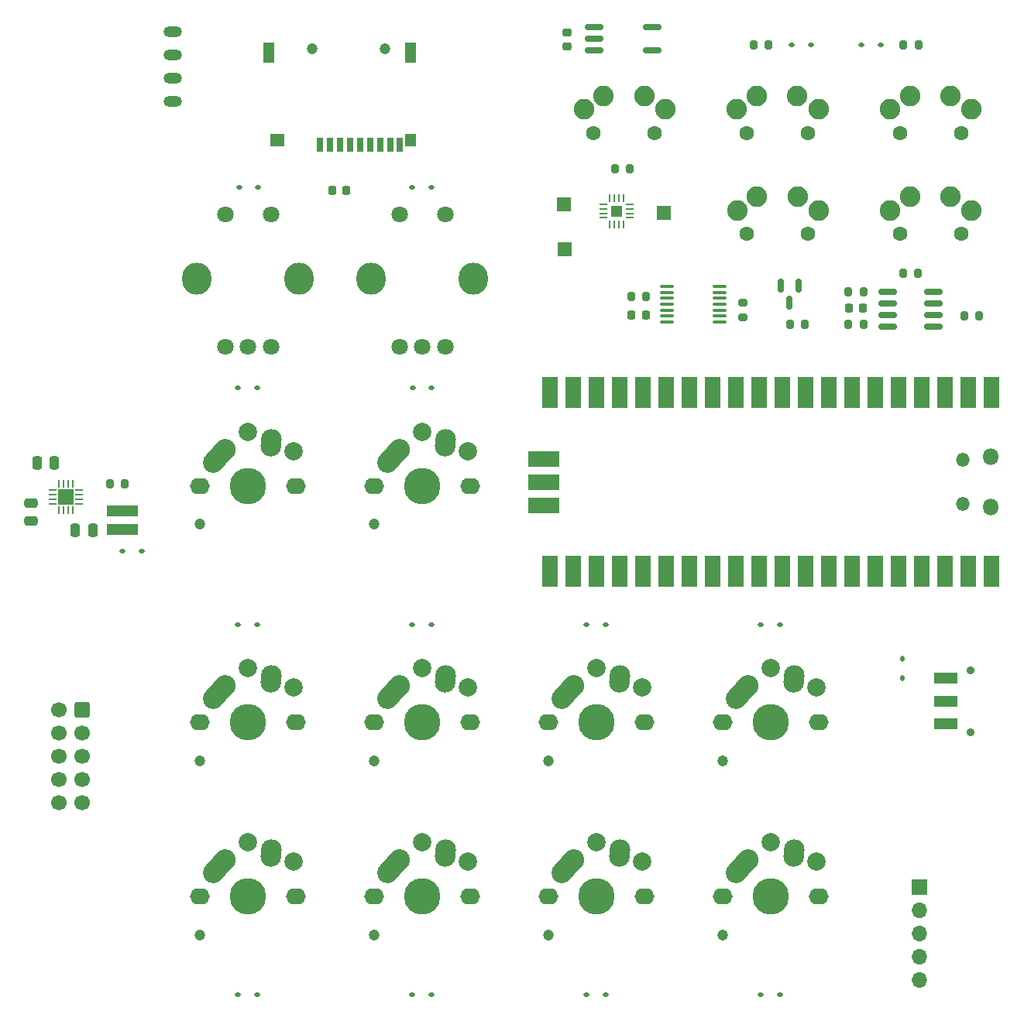
<source format=gbr>
%TF.GenerationSoftware,KiCad,Pcbnew,7.0.2*%
%TF.CreationDate,2023-07-16T23:26:32-06:00*%
%TF.ProjectId,dc31,64633331-2e6b-4696-9361-645f70636258,rev?*%
%TF.SameCoordinates,Original*%
%TF.FileFunction,Soldermask,Top*%
%TF.FilePolarity,Negative*%
%FSLAX46Y46*%
G04 Gerber Fmt 4.6, Leading zero omitted, Abs format (unit mm)*
G04 Created by KiCad (PCBNEW 7.0.2) date 2023-07-16 23:26:32*
%MOMM*%
%LPD*%
G01*
G04 APERTURE LIST*
G04 Aperture macros list*
%AMRoundRect*
0 Rectangle with rounded corners*
0 $1 Rounding radius*
0 $2 $3 $4 $5 $6 $7 $8 $9 X,Y pos of 4 corners*
0 Add a 4 corners polygon primitive as box body*
4,1,4,$2,$3,$4,$5,$6,$7,$8,$9,$2,$3,0*
0 Add four circle primitives for the rounded corners*
1,1,$1+$1,$2,$3*
1,1,$1+$1,$4,$5*
1,1,$1+$1,$6,$7*
1,1,$1+$1,$8,$9*
0 Add four rect primitives between the rounded corners*
20,1,$1+$1,$2,$3,$4,$5,0*
20,1,$1+$1,$4,$5,$6,$7,0*
20,1,$1+$1,$6,$7,$8,$9,0*
20,1,$1+$1,$8,$9,$2,$3,0*%
%AMHorizOval*
0 Thick line with rounded ends*
0 $1 width*
0 $2 $3 position (X,Y) of the first rounded end (center of the circle)*
0 $4 $5 position (X,Y) of the second rounded end (center of the circle)*
0 Add line between two ends*
20,1,$1,$2,$3,$4,$5,0*
0 Add two circle primitives to create the rounded ends*
1,1,$1,$2,$3*
1,1,$1,$4,$5*%
G04 Aperture macros list end*
%ADD10O,1.700000X1.700000*%
%ADD11R,1.700000X1.700000*%
%ADD12C,1.800000*%
%ADD13O,3.200000X3.500000*%
%ADD14O,2.150000X1.750000*%
%ADD15C,1.200000*%
%ADD16C,3.987800*%
%ADD17HorizOval,2.250000X0.025506X0.374132X-0.025506X-0.374132X0*%
%ADD18C,2.000000*%
%ADD19HorizOval,2.250000X0.654995X0.730004X-0.654995X-0.730004X0*%
%ADD20C,2.250000*%
%ADD21C,1.600000*%
%ADD22C,0.900000*%
%ADD23R,2.500000X1.250000*%
%ADD24R,0.700000X1.600000*%
%ADD25R,1.200000X1.400000*%
%ADD26R,1.200000X2.200000*%
%ADD27R,1.600000X1.400000*%
%ADD28O,2.000000X1.200000*%
%ADD29RoundRect,0.112500X0.187500X0.112500X-0.187500X0.112500X-0.187500X-0.112500X0.187500X-0.112500X0*%
%ADD30RoundRect,0.200000X-0.200000X-0.275000X0.200000X-0.275000X0.200000X0.275000X-0.200000X0.275000X0*%
%ADD31RoundRect,0.250000X-0.250000X-0.475000X0.250000X-0.475000X0.250000X0.475000X-0.250000X0.475000X0*%
%ADD32R,3.500000X1.700000*%
%ADD33R,1.700000X3.500000*%
%ADD34O,1.800000X1.800000*%
%ADD35O,1.500000X1.500000*%
%ADD36RoundRect,0.160000X0.840000X0.160000X-0.840000X0.160000X-0.840000X-0.160000X0.840000X-0.160000X0*%
%ADD37RoundRect,0.225000X0.250000X-0.225000X0.250000X0.225000X-0.250000X0.225000X-0.250000X-0.225000X0*%
%ADD38RoundRect,0.200000X0.200000X0.275000X-0.200000X0.275000X-0.200000X-0.275000X0.200000X-0.275000X0*%
%ADD39RoundRect,0.150000X-0.150000X0.587500X-0.150000X-0.587500X0.150000X-0.587500X0.150000X0.587500X0*%
%ADD40RoundRect,0.150000X-0.825000X-0.150000X0.825000X-0.150000X0.825000X0.150000X-0.825000X0.150000X0*%
%ADD41R,3.400000X1.300000*%
%ADD42R,1.500000X1.500000*%
%ADD43RoundRect,0.112500X-0.112500X0.187500X-0.112500X-0.187500X0.112500X-0.187500X0.112500X0.187500X0*%
%ADD44RoundRect,0.225000X0.225000X0.250000X-0.225000X0.250000X-0.225000X-0.250000X0.225000X-0.250000X0*%
%ADD45RoundRect,0.062500X0.350000X0.062500X-0.350000X0.062500X-0.350000X-0.062500X0.350000X-0.062500X0*%
%ADD46RoundRect,0.062500X0.062500X0.350000X-0.062500X0.350000X-0.062500X-0.350000X0.062500X-0.350000X0*%
%ADD47R,1.680000X1.680000*%
%ADD48RoundRect,0.200000X-0.275000X0.200000X-0.275000X-0.200000X0.275000X-0.200000X0.275000X0.200000X0*%
%ADD49R,1.230000X1.230000*%
%ADD50RoundRect,0.100000X0.637500X0.100000X-0.637500X0.100000X-0.637500X-0.100000X0.637500X-0.100000X0*%
%ADD51RoundRect,0.250000X-0.475000X0.250000X-0.475000X-0.250000X0.475000X-0.250000X0.475000X0.250000X0*%
%ADD52RoundRect,0.250000X0.250000X0.475000X-0.250000X0.475000X-0.250000X-0.475000X0.250000X-0.475000X0*%
%ADD53RoundRect,0.225000X-0.225000X-0.250000X0.225000X-0.250000X0.225000X0.250000X-0.225000X0.250000X0*%
%ADD54RoundRect,0.250000X0.600000X0.600000X-0.600000X0.600000X-0.600000X-0.600000X0.600000X-0.600000X0*%
%ADD55C,1.700000*%
%ADD56RoundRect,0.112500X-0.187500X-0.112500X0.187500X-0.112500X0.187500X0.112500X-0.187500X0.112500X0*%
G04 APERTURE END LIST*
D10*
%TO.C,J3*%
X197070000Y-147299600D03*
X197070000Y-144759600D03*
X197070000Y-142219600D03*
X197070000Y-139679600D03*
D11*
X197070000Y-137139600D03*
%TD*%
D12*
%TO.C,SW12*%
X145260000Y-63560000D03*
X140260000Y-63560000D03*
X142760000Y-78060000D03*
X145260000Y-78060000D03*
X140260000Y-78060000D03*
D13*
X148360000Y-70560000D03*
X137160000Y-70560000D03*
%TD*%
%TO.C,SW11*%
X118110000Y-70560000D03*
X129310000Y-70560000D03*
D12*
X121210000Y-78060000D03*
X126210000Y-78060000D03*
X123710000Y-78060000D03*
X121210000Y-63560000D03*
X126210000Y-63560000D03*
%TD*%
D14*
%TO.C,SW1*%
X118430000Y-119080000D03*
D15*
X118490000Y-123280000D03*
D16*
X123710000Y-119080000D03*
D14*
X128990000Y-119080000D03*
D17*
X126220000Y-114330000D03*
D18*
X128710000Y-115280000D03*
D19*
X120554995Y-115809996D03*
D20*
X121210000Y-115080000D03*
D18*
X123710000Y-113180000D03*
%TD*%
D14*
%TO.C,SW8*%
X175580000Y-138130000D03*
D15*
X175640000Y-142330000D03*
D16*
X180860000Y-138130000D03*
D14*
X186140000Y-138130000D03*
D17*
X183370000Y-133380000D03*
D18*
X185860000Y-134330000D03*
D19*
X177704995Y-134859996D03*
D20*
X178360000Y-134130000D03*
D18*
X180860000Y-132230000D03*
%TD*%
D14*
%TO.C,SW7*%
X156530000Y-138130000D03*
D15*
X156590000Y-142330000D03*
D16*
X161810000Y-138130000D03*
D14*
X167090000Y-138130000D03*
D17*
X164320000Y-133380000D03*
D18*
X166810000Y-134330000D03*
D19*
X158654995Y-134859996D03*
D20*
X159310000Y-134130000D03*
D18*
X161810000Y-132230000D03*
%TD*%
D14*
%TO.C,SW3*%
X156530000Y-119080000D03*
D15*
X156590000Y-123280000D03*
D16*
X161810000Y-119080000D03*
D14*
X167090000Y-119080000D03*
D17*
X164320000Y-114330000D03*
D18*
X166810000Y-115280000D03*
D19*
X158654995Y-115809996D03*
D20*
X159310000Y-115080000D03*
D18*
X161810000Y-113180000D03*
%TD*%
D14*
%TO.C,SW2*%
X137480000Y-119080000D03*
D15*
X137540000Y-123280000D03*
D16*
X142760000Y-119080000D03*
D14*
X148040000Y-119080000D03*
D17*
X145270000Y-114330000D03*
D18*
X147760000Y-115280000D03*
D19*
X139604995Y-115809996D03*
D20*
X140260000Y-115080000D03*
D18*
X142760000Y-113180000D03*
%TD*%
D14*
%TO.C,SW5*%
X118430000Y-138130000D03*
D15*
X118490000Y-142330000D03*
D16*
X123710000Y-138130000D03*
D14*
X128990000Y-138130000D03*
D17*
X126220000Y-133380000D03*
D18*
X128710000Y-134330000D03*
D19*
X120554995Y-134859996D03*
D20*
X121210000Y-134130000D03*
D18*
X123710000Y-132230000D03*
%TD*%
D14*
%TO.C,SW9*%
X118430000Y-93240000D03*
D15*
X118490000Y-97440000D03*
D16*
X123710000Y-93240000D03*
D14*
X128990000Y-93240000D03*
D17*
X126220000Y-88490000D03*
D18*
X128710000Y-89440000D03*
D19*
X120554995Y-89969996D03*
D20*
X121210000Y-89240000D03*
D18*
X123710000Y-87340000D03*
%TD*%
D14*
%TO.C,SW4*%
X175580000Y-119080000D03*
D15*
X175640000Y-123280000D03*
D16*
X180860000Y-119080000D03*
D14*
X186140000Y-119080000D03*
D17*
X183370000Y-114330000D03*
D18*
X185860000Y-115280000D03*
D19*
X177704995Y-115809996D03*
D20*
X178360000Y-115080000D03*
D18*
X180860000Y-113180000D03*
%TD*%
D14*
%TO.C,SW6*%
X137480000Y-138130000D03*
D15*
X137540000Y-142330000D03*
D16*
X142760000Y-138130000D03*
D14*
X148040000Y-138130000D03*
D17*
X145270000Y-133380000D03*
D18*
X147760000Y-134330000D03*
D19*
X139604995Y-134859996D03*
D20*
X140260000Y-134130000D03*
D18*
X142760000Y-132230000D03*
%TD*%
D14*
%TO.C,SW10*%
X137480000Y-93240000D03*
D15*
X137540000Y-97440000D03*
D16*
X142760000Y-93240000D03*
D14*
X148040000Y-93240000D03*
D17*
X145270000Y-88490000D03*
D18*
X147760000Y-89440000D03*
D19*
X139604995Y-89969996D03*
D20*
X140260000Y-89240000D03*
D18*
X142760000Y-87340000D03*
%TD*%
D21*
%TO.C,J6*%
X178235895Y-65630000D03*
X184915895Y-65630000D03*
D20*
X177175895Y-63080000D03*
X186075895Y-63080000D03*
X179325895Y-61580000D03*
X183775895Y-61580000D03*
%TD*%
D21*
%TO.C,J2*%
X194970000Y-65640000D03*
X201650000Y-65640000D03*
D20*
X193910000Y-63090000D03*
X202810000Y-63090000D03*
X196060000Y-61590000D03*
X200510000Y-61590000D03*
%TD*%
D21*
%TO.C,J8*%
X161481790Y-54620000D03*
X168161790Y-54620000D03*
D20*
X160421790Y-52070000D03*
X169321790Y-52070000D03*
X162571790Y-50570000D03*
X167021790Y-50570000D03*
%TD*%
D21*
%TO.C,J5*%
X178225895Y-54620000D03*
X184905895Y-54620000D03*
D20*
X177165895Y-52070000D03*
X186065895Y-52070000D03*
X179315895Y-50570000D03*
X183765895Y-50570000D03*
%TD*%
D21*
%TO.C,J4*%
X194970000Y-54620000D03*
X201650000Y-54620000D03*
D20*
X193910000Y-52070000D03*
X202810000Y-52070000D03*
X196060000Y-50570000D03*
X200510000Y-50570000D03*
%TD*%
D22*
%TO.C,SW14*%
X202735000Y-120170000D03*
X202735000Y-113370000D03*
D23*
X199985000Y-119270000D03*
X199985000Y-116770000D03*
X199985000Y-114270000D03*
%TD*%
D15*
%TO.C,J9*%
X138670000Y-45420000D03*
X130690000Y-45420000D03*
D24*
X131540000Y-55920000D03*
X132640000Y-55920000D03*
X133740000Y-55920000D03*
X134840000Y-55920000D03*
X135940000Y-55920000D03*
X137040000Y-55920000D03*
X138140000Y-55920000D03*
X139240000Y-55920000D03*
X140340000Y-55920000D03*
D25*
X141490000Y-55420000D03*
D26*
X141490000Y-45820000D03*
D27*
X126890000Y-55420000D03*
D26*
X125990000Y-45820000D03*
%TD*%
D28*
%TO.C,J1*%
X115480000Y-51190000D03*
X115480000Y-48650000D03*
X115480000Y-46110000D03*
X115480000Y-43570000D03*
%TD*%
D29*
%TO.C,D11*%
X124837500Y-60540000D03*
X122737500Y-60540000D03*
%TD*%
D30*
%TO.C,R11*%
X110275000Y-92990000D03*
X108625000Y-92990000D03*
%TD*%
D31*
%TO.C,C3*%
X100640000Y-90750000D03*
X102540000Y-90750000D03*
%TD*%
D29*
%TO.C,D2*%
X143787500Y-108380000D03*
X141687500Y-108380000D03*
%TD*%
D32*
%TO.C,U1*%
X156070000Y-95350000D03*
X156070000Y-92810000D03*
X156070000Y-90270000D03*
D33*
X205000000Y-102600000D03*
X202460000Y-102600000D03*
X199920000Y-102600000D03*
X197380000Y-102600000D03*
X194840000Y-102600000D03*
X192300000Y-102600000D03*
X189760000Y-102600000D03*
X187220000Y-102600000D03*
X184680000Y-102600000D03*
X182140000Y-102600000D03*
X179600000Y-102600000D03*
X177060000Y-102600000D03*
X174520000Y-102600000D03*
X171980000Y-102600000D03*
X169440000Y-102600000D03*
X166900000Y-102600000D03*
X164360000Y-102600000D03*
X161820000Y-102600000D03*
X159280000Y-102600000D03*
X156740000Y-102600000D03*
X156740000Y-83020000D03*
X159280000Y-83020000D03*
X161820000Y-83020000D03*
X164360000Y-83020000D03*
X166900000Y-83020000D03*
X169440000Y-83020000D03*
X171980000Y-83020000D03*
X174520000Y-83020000D03*
X177060000Y-83020000D03*
X179600000Y-83020000D03*
X182140000Y-83020000D03*
X184680000Y-83020000D03*
X187220000Y-83020000D03*
X189760000Y-83020000D03*
X192300000Y-83020000D03*
X194840000Y-83020000D03*
X197380000Y-83020000D03*
X199920000Y-83020000D03*
X202460000Y-83020000D03*
X205000000Y-83020000D03*
D34*
X204870000Y-95535000D03*
D35*
X201840000Y-95235000D03*
X201840000Y-90385000D03*
D34*
X204870000Y-90085000D03*
%TD*%
D29*
%TO.C,D14*%
X112070000Y-100410000D03*
X109970000Y-100410000D03*
%TD*%
%TO.C,D4*%
X181887500Y-108380000D03*
X179787500Y-108380000D03*
%TD*%
D36*
%TO.C,U5*%
X167870000Y-45590000D03*
X167870000Y-43050000D03*
X161570000Y-43050000D03*
X161570000Y-44320000D03*
X161570000Y-45590000D03*
%TD*%
D37*
%TO.C,C5*%
X158570000Y-45195000D03*
X158570000Y-43645000D03*
%TD*%
D30*
%TO.C,R7*%
X163835000Y-58570000D03*
X165485000Y-58570000D03*
%TD*%
D38*
%TO.C,R2*%
X196975000Y-69980000D03*
X195325000Y-69980000D03*
%TD*%
D39*
%TO.C,Q1*%
X183870000Y-71352500D03*
X181970000Y-71352500D03*
X182920000Y-73227500D03*
%TD*%
D38*
%TO.C,R1*%
X203650000Y-74605000D03*
X202000000Y-74605000D03*
%TD*%
D40*
%TO.C,U2*%
X193660000Y-72050000D03*
X193660000Y-73320000D03*
X193660000Y-74590000D03*
X193660000Y-75860000D03*
X198610000Y-75860000D03*
X198610000Y-74590000D03*
X198610000Y-73320000D03*
X198610000Y-72050000D03*
%TD*%
D29*
%TO.C,D5*%
X124737500Y-148880000D03*
X122637500Y-148880000D03*
%TD*%
D41*
%TO.C,L1*%
X109970000Y-95930000D03*
X109970000Y-98030000D03*
%TD*%
D42*
%TO.C,TP4*%
X158290000Y-67370000D03*
%TD*%
D29*
%TO.C,D10*%
X143810000Y-82540000D03*
X141710000Y-82540000D03*
%TD*%
D43*
%TO.C,D15*%
X195240000Y-112140000D03*
X195240000Y-114240000D03*
%TD*%
D44*
%TO.C,C6*%
X167180000Y-74590000D03*
X165630000Y-74590000D03*
%TD*%
D45*
%TO.C,U6*%
X105272500Y-95187500D03*
X105272500Y-94687500D03*
X105272500Y-94187500D03*
X105272500Y-93687500D03*
D46*
X104560000Y-92975000D03*
X104060000Y-92975000D03*
X103560000Y-92975000D03*
X103060000Y-92975000D03*
D45*
X102347500Y-93687500D03*
X102347500Y-94187500D03*
X102347500Y-94687500D03*
X102347500Y-95187500D03*
D46*
X103060000Y-95900000D03*
X103560000Y-95900000D03*
X104060000Y-95900000D03*
X104560000Y-95900000D03*
D47*
X103810000Y-94437500D03*
%TD*%
D30*
%TO.C,R9*%
X165580000Y-72550000D03*
X167230000Y-72550000D03*
%TD*%
D38*
%TO.C,R4*%
X190985000Y-75585000D03*
X189335000Y-75585000D03*
%TD*%
D42*
%TO.C,TP5*%
X158260000Y-62420000D03*
%TD*%
D30*
%TO.C,R3*%
X189345000Y-71995000D03*
X190995000Y-71995000D03*
%TD*%
D29*
%TO.C,D8*%
X181887500Y-148880000D03*
X179787500Y-148880000D03*
%TD*%
D42*
%TO.C,TP1*%
X169130000Y-63410000D03*
%TD*%
D29*
%TO.C,D7*%
X162837500Y-148880000D03*
X160737500Y-148880000D03*
%TD*%
D48*
%TO.C,R8*%
X177770000Y-73195000D03*
X177770000Y-74845000D03*
%TD*%
D45*
%TO.C,U3*%
X165457500Y-63920000D03*
X165457500Y-63420000D03*
X165457500Y-62920000D03*
X165457500Y-62420000D03*
D46*
X164770000Y-61732500D03*
X164270000Y-61732500D03*
X163770000Y-61732500D03*
X163270000Y-61732500D03*
D45*
X162582500Y-62420000D03*
X162582500Y-62920000D03*
X162582500Y-63420000D03*
X162582500Y-63920000D03*
D46*
X163270000Y-64607500D03*
X163770000Y-64607500D03*
X164270000Y-64607500D03*
X164770000Y-64607500D03*
D49*
X164020000Y-63170000D03*
%TD*%
D29*
%TO.C,D1*%
X124737500Y-108380000D03*
X122637500Y-108380000D03*
%TD*%
D50*
%TO.C,U4*%
X175225000Y-75320000D03*
X175225000Y-74670000D03*
X175225000Y-74020000D03*
X175225000Y-73370000D03*
X175225000Y-72720000D03*
X175225000Y-72070000D03*
X175225000Y-71420000D03*
X169500000Y-71420000D03*
X169500000Y-72070000D03*
X169500000Y-72720000D03*
X169500000Y-73370000D03*
X169500000Y-74020000D03*
X169500000Y-74670000D03*
X169500000Y-75320000D03*
%TD*%
D29*
%TO.C,D9*%
X124740000Y-82530000D03*
X122640000Y-82530000D03*
%TD*%
D51*
%TO.C,C2*%
X100000000Y-95160000D03*
X100000000Y-97060000D03*
%TD*%
D29*
%TO.C,D6*%
X143787500Y-148880000D03*
X141687500Y-148880000D03*
%TD*%
%TO.C,D12*%
X143770000Y-60580000D03*
X141670000Y-60580000D03*
%TD*%
%TO.C,D3*%
X162837500Y-108380000D03*
X160737500Y-108380000D03*
%TD*%
D52*
%TO.C,C7*%
X106740000Y-98120000D03*
X104840000Y-98120000D03*
%TD*%
D53*
%TO.C,C4*%
X132930000Y-60910000D03*
X134480000Y-60910000D03*
%TD*%
D30*
%TO.C,R6*%
X182945000Y-75530000D03*
X184595000Y-75530000D03*
%TD*%
D44*
%TO.C,C1*%
X190935000Y-73765000D03*
X189385000Y-73765000D03*
%TD*%
D38*
%TO.C,R5*%
X197015000Y-44980000D03*
X195365000Y-44980000D03*
%TD*%
D54*
%TO.C,J7*%
X105587800Y-117703600D03*
D55*
X103047800Y-117703600D03*
X105587800Y-120243600D03*
X103047800Y-120243600D03*
X105587800Y-122783600D03*
X103047800Y-122783600D03*
X105587800Y-125323600D03*
X103047800Y-125323600D03*
X105587800Y-127863600D03*
X103047800Y-127863600D03*
%TD*%
D30*
%TO.C,R10*%
X178985000Y-44980000D03*
X180635000Y-44980000D03*
%TD*%
D56*
%TO.C,D13*%
X190790000Y-44980000D03*
X192890000Y-44980000D03*
%TD*%
%TO.C,D16*%
X183130000Y-44980000D03*
X185230000Y-44980000D03*
%TD*%
M02*

</source>
